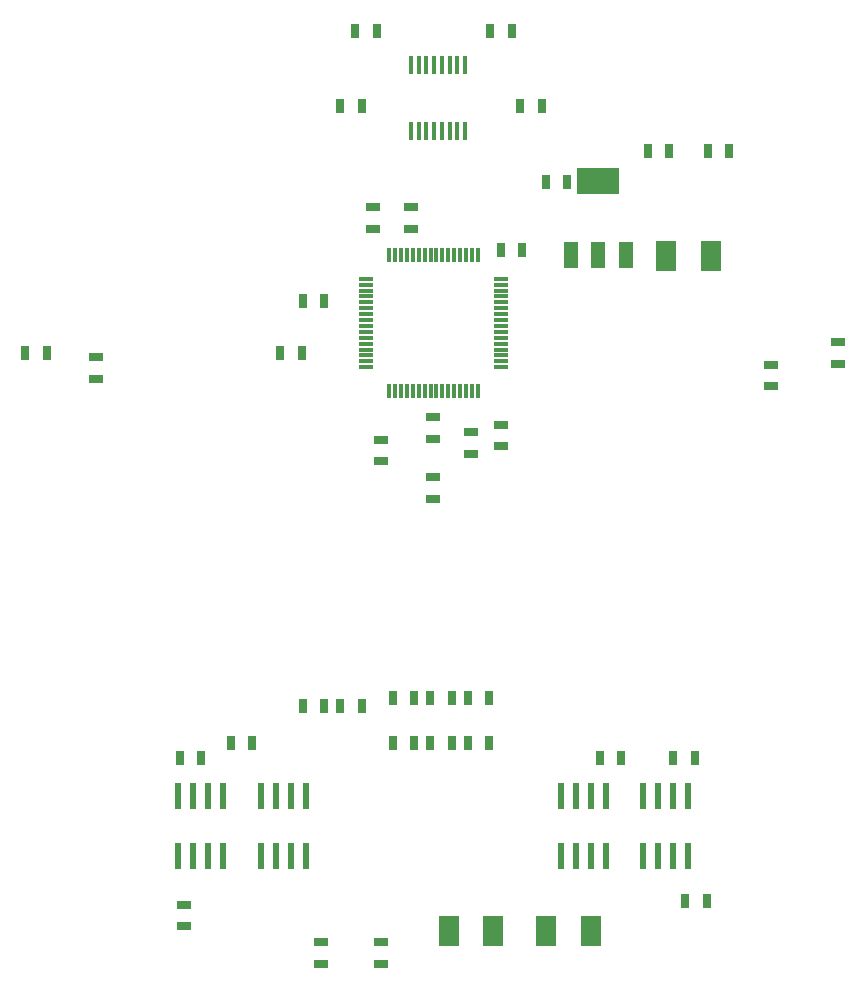
<source format=gbr>
G04 EAGLE Gerber RS-274X export*
G75*
%MOMM*%
%FSLAX34Y34*%
%LPD*%
%INSolderpaste Top*%
%IPPOS*%
%AMOC8*
5,1,8,0,0,1.08239X$1,22.5*%
G01*
%ADD10R,1.700000X2.500000*%
%ADD11R,0.800000X1.200000*%
%ADD12R,1.200000X0.800000*%
%ADD13R,1.219000X2.235000*%
%ADD14R,3.600000X2.200000*%
%ADD15R,0.300000X1.300000*%
%ADD16R,1.300000X0.300000*%
%ADD17R,0.609600X2.209800*%
%ADD18R,0.300000X1.550000*%


D10*
X247700Y-38100D03*
X285700Y-38100D03*
D11*
X40750Y450850D03*
X22750Y450850D03*
D12*
X101600Y556150D03*
X101600Y574150D03*
X-58420Y-16400D03*
X-58420Y-34400D03*
D11*
X365650Y-12700D03*
X383650Y-12700D03*
D10*
X165150Y-38100D03*
X203150Y-38100D03*
D11*
X265540Y595630D03*
X247540Y595630D03*
D10*
X387300Y533400D03*
X349300Y533400D03*
D12*
X107950Y377300D03*
X107950Y359300D03*
X184150Y383650D03*
X184150Y365650D03*
X209550Y390000D03*
X209550Y372000D03*
D11*
X227440Y538480D03*
X209440Y538480D03*
X59800Y495300D03*
X41800Y495300D03*
X333900Y622300D03*
X351900Y622300D03*
X118000Y158750D03*
X136000Y158750D03*
X149750Y158750D03*
X167750Y158750D03*
X181500Y158750D03*
X199500Y158750D03*
D12*
X152400Y396350D03*
X152400Y378350D03*
D11*
X-175150Y450850D03*
X-193150Y450850D03*
X41800Y152400D03*
X59800Y152400D03*
X118000Y120650D03*
X136000Y120650D03*
X149750Y120650D03*
X167750Y120650D03*
X181500Y120650D03*
X199500Y120650D03*
D12*
X152400Y327550D03*
X152400Y345550D03*
D11*
X402700Y622300D03*
X384700Y622300D03*
D12*
X57150Y-48150D03*
X57150Y-66150D03*
X107950Y-48150D03*
X107950Y-66150D03*
D11*
X-1160Y120650D03*
X-19160Y120650D03*
X-62340Y107950D03*
X-44340Y107950D03*
X104250Y723900D03*
X86250Y723900D03*
X373490Y107950D03*
X355490Y107950D03*
X293260Y107950D03*
X311260Y107950D03*
X73550Y152400D03*
X91550Y152400D03*
X200550Y723900D03*
X218550Y723900D03*
D12*
X495300Y441850D03*
X495300Y459850D03*
D11*
X91550Y660400D03*
X73550Y660400D03*
D12*
X-133350Y429150D03*
X-133350Y447150D03*
X438150Y422800D03*
X438150Y440800D03*
D11*
X225950Y660400D03*
X243950Y660400D03*
D12*
X133350Y556150D03*
X133350Y574150D03*
D13*
X268990Y534160D03*
X292100Y534160D03*
X315210Y534160D03*
D14*
X292100Y596140D03*
D15*
X154900Y533750D03*
X149900Y533750D03*
X144900Y533750D03*
X159900Y533750D03*
X164900Y533750D03*
X169900Y533750D03*
X174900Y533750D03*
X179900Y533750D03*
X189900Y533750D03*
X184900Y533750D03*
X139900Y533750D03*
X134900Y533750D03*
X129900Y533750D03*
X124900Y533750D03*
X119900Y533750D03*
X114900Y533750D03*
D16*
X94900Y478750D03*
X94900Y483750D03*
X94900Y488750D03*
X94900Y493750D03*
X94900Y498750D03*
X94900Y503750D03*
X94900Y508750D03*
X94900Y513750D03*
X94900Y473750D03*
X94900Y468750D03*
X94900Y463750D03*
X94900Y458750D03*
X94900Y453750D03*
X94900Y448750D03*
X94900Y443750D03*
X94900Y438750D03*
D15*
X154900Y418750D03*
X149900Y418750D03*
X144900Y418750D03*
X159900Y418750D03*
X164900Y418750D03*
X169900Y418750D03*
X174900Y418750D03*
X179900Y418750D03*
X189900Y418750D03*
X184900Y418750D03*
X139900Y418750D03*
X134900Y418750D03*
X129900Y418750D03*
X124900Y418750D03*
X119900Y418750D03*
X114900Y418750D03*
D16*
X209900Y478750D03*
X209900Y483750D03*
X209900Y488750D03*
X209900Y493750D03*
X209900Y498750D03*
X209900Y503750D03*
X209900Y508750D03*
X209900Y513750D03*
X209900Y473750D03*
X209900Y468750D03*
X209900Y463750D03*
X209900Y458750D03*
X209900Y453750D03*
X209900Y448750D03*
X209900Y443750D03*
X209900Y438750D03*
D17*
X-25400Y25400D03*
X-38100Y25400D03*
X-50800Y25400D03*
X-63500Y25400D03*
X-25400Y76200D03*
X-38100Y76200D03*
X-50800Y76200D03*
X-63500Y76200D03*
X368300Y25400D03*
X355600Y25400D03*
X342900Y25400D03*
X330200Y25400D03*
X368300Y76200D03*
X355600Y76200D03*
X342900Y76200D03*
X330200Y76200D03*
D18*
X133460Y638750D03*
X146460Y638750D03*
X159460Y638750D03*
X165960Y638750D03*
X172460Y638750D03*
X152960Y638750D03*
X139960Y638750D03*
X178960Y638750D03*
X133460Y694750D03*
X146460Y694750D03*
X159460Y694750D03*
X165960Y694750D03*
X172460Y694750D03*
X152960Y694750D03*
X139960Y694750D03*
X178960Y694750D03*
D17*
X19050Y25400D03*
X6350Y25400D03*
X31750Y25400D03*
X44450Y25400D03*
X44450Y76200D03*
X31750Y76200D03*
X19050Y76200D03*
X6350Y76200D03*
X273050Y25400D03*
X260350Y25400D03*
X285750Y25400D03*
X298450Y25400D03*
X298450Y76200D03*
X285750Y76200D03*
X273050Y76200D03*
X260350Y76200D03*
M02*

</source>
